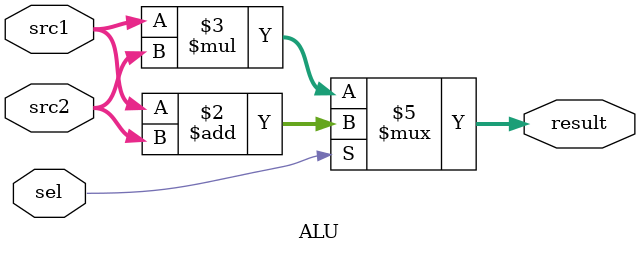
<source format=v>
module ALU(
    input [7:0] src1 ,
    input [7:0] src2 ,
    input sel ,
    output reg [15:0] result
);

// put your design here

always @(*) begin
	if(sel) result = src1 + src2;
	else result = src1 * src2;
end

endmodule

</source>
